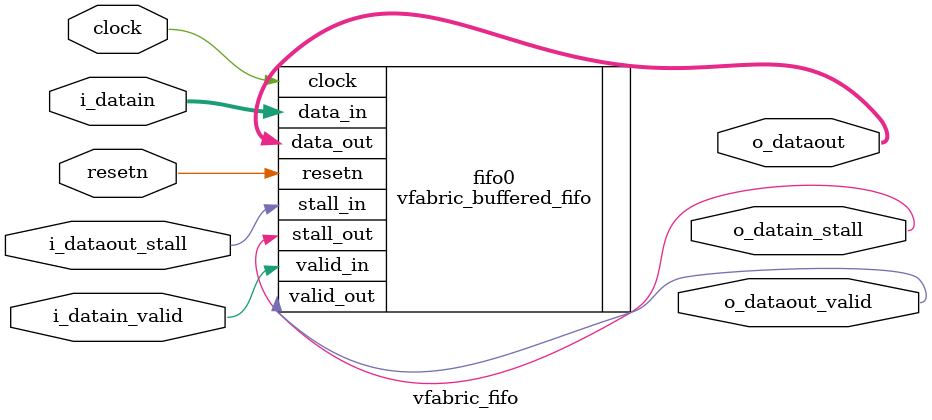
<source format=v>
    


module vfabric_fifo(clock, resetn, 
  i_datain, i_datain_valid, o_datain_stall, 
  o_dataout, o_dataout_valid, i_dataout_stall);

parameter DATA_WIDTH = 32;
parameter FIFO_DEPTH = 512;

localparam IMPL_MODE = (DATA_WIDTH == 1) ? "MLAB" : "RAM";

  input clock, resetn;
  input [DATA_WIDTH-1:0] i_datain;
  input i_datain_valid;
  output o_datain_stall;
  output [DATA_WIDTH-1:0] o_dataout;
  output o_dataout_valid;
  input i_dataout_stall;
  
  vfabric_buffered_fifo fifo0 ( .clock(clock), .resetn(resetn), 
    .data_in(i_datain), .data_out(o_dataout), .valid_in(i_datain_valid),
    .valid_out( o_dataout_valid ), .stall_in(i_dataout_stall), 
    .stall_out(o_datain_stall) );
  defparam fifo0.DATA_WIDTH = DATA_WIDTH;
  defparam fifo0.DEPTH = FIFO_DEPTH;
  defparam fifo0.EXTRA_FIFO_SPACE = 32;
  defparam fifo0.IMPLEMENTATION_MODE = IMPL_MODE;
 
endmodule

</source>
